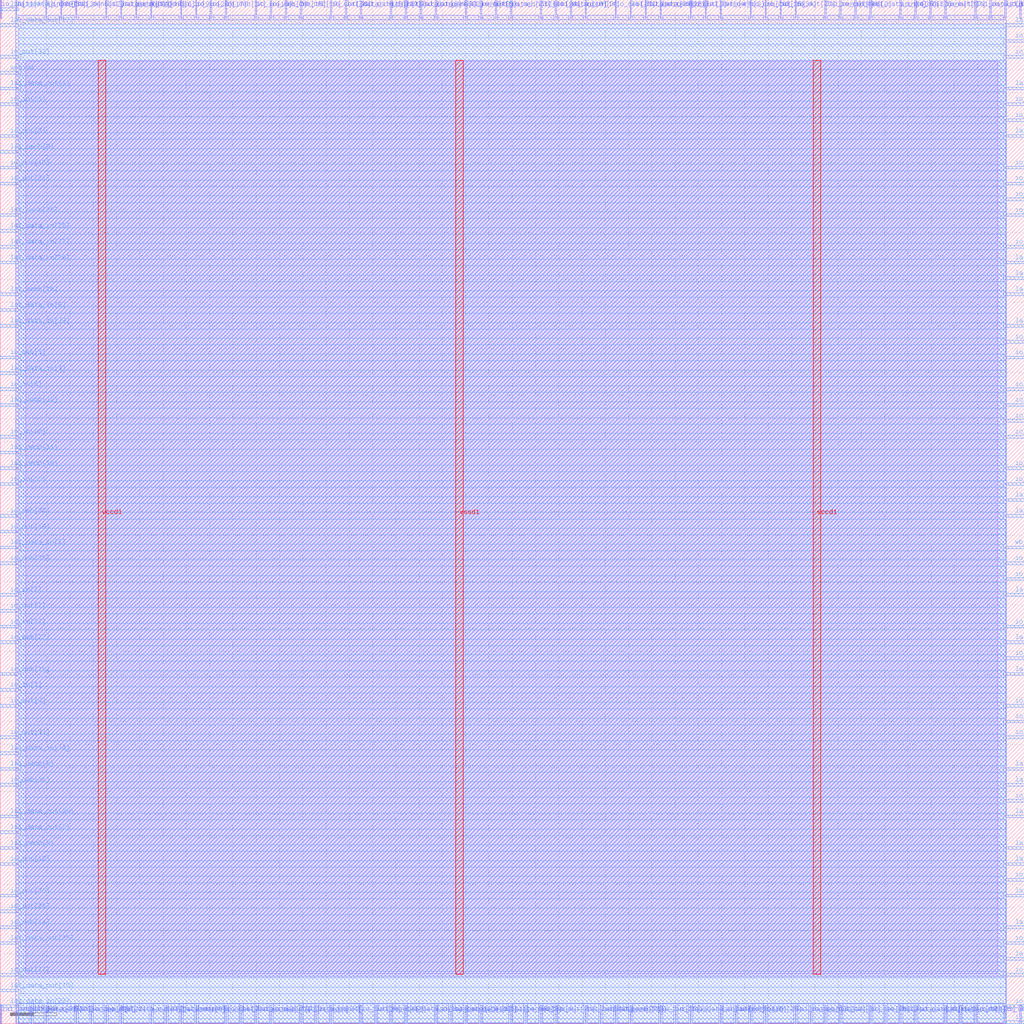
<source format=lef>
VERSION 5.7 ;
  NOWIREEXTENSIONATPIN ON ;
  DIVIDERCHAR "/" ;
  BUSBITCHARS "[]" ;
MACRO wrapped_vga_clock
  CLASS BLOCK ;
  FOREIGN wrapped_vga_clock ;
  ORIGIN 0.000 0.000 ;
  SIZE 220.000 BY 220.000 ;
  PIN active
    DIRECTION INPUT ;
    USE SIGNAL ;
    PORT
      LAYER met3 ;
        RECT 0.000 204.040 4.000 204.640 ;
    END
  END active
  PIN io_in[0]
    DIRECTION INPUT ;
    USE SIGNAL ;
    PORT
      LAYER met2 ;
        RECT 67.710 0.000 67.990 4.000 ;
    END
  END io_in[0]
  PIN io_in[10]
    DIRECTION INPUT ;
    USE SIGNAL ;
    PORT
      LAYER met2 ;
        RECT 122.450 216.000 122.730 220.000 ;
    END
  END io_in[10]
  PIN io_in[11]
    DIRECTION INPUT ;
    USE SIGNAL ;
    PORT
      LAYER met2 ;
        RECT 0.090 216.000 0.370 220.000 ;
    END
  END io_in[11]
  PIN io_in[12]
    DIRECTION INPUT ;
    USE SIGNAL ;
    PORT
      LAYER met3 ;
        RECT 216.000 183.640 220.000 184.240 ;
    END
  END io_in[12]
  PIN io_in[13]
    DIRECTION INPUT ;
    USE SIGNAL ;
    PORT
      LAYER met2 ;
        RECT 103.130 0.000 103.410 4.000 ;
    END
  END io_in[13]
  PIN io_in[14]
    DIRECTION INPUT ;
    USE SIGNAL ;
    PORT
      LAYER met2 ;
        RECT 83.810 216.000 84.090 220.000 ;
    END
  END io_in[14]
  PIN io_in[15]
    DIRECTION INPUT ;
    USE SIGNAL ;
    PORT
      LAYER met3 ;
        RECT 216.000 193.840 220.000 194.440 ;
    END
  END io_in[15]
  PIN io_in[16]
    DIRECTION INPUT ;
    USE SIGNAL ;
    PORT
      LAYER met3 ;
        RECT 216.000 17.040 220.000 17.640 ;
    END
  END io_in[16]
  PIN io_in[17]
    DIRECTION INPUT ;
    USE SIGNAL ;
    PORT
      LAYER met2 ;
        RECT 45.170 216.000 45.450 220.000 ;
    END
  END io_in[17]
  PIN io_in[18]
    DIRECTION INPUT ;
    USE SIGNAL ;
    PORT
      LAYER met2 ;
        RECT 54.830 216.000 55.110 220.000 ;
    END
  END io_in[18]
  PIN io_in[19]
    DIRECTION INPUT ;
    USE SIGNAL ;
    PORT
      LAYER met2 ;
        RECT 190.070 0.000 190.350 4.000 ;
    END
  END io_in[19]
  PIN io_in[1]
    DIRECTION INPUT ;
    USE SIGNAL ;
    PORT
      LAYER met3 ;
        RECT 0.000 71.440 4.000 72.040 ;
    END
  END io_in[1]
  PIN io_in[20]
    DIRECTION INPUT ;
    USE SIGNAL ;
    PORT
      LAYER met3 ;
        RECT 0.000 125.840 4.000 126.440 ;
    END
  END io_in[20]
  PIN io_in[21]
    DIRECTION INPUT ;
    USE SIGNAL ;
    PORT
      LAYER met3 ;
        RECT 0.000 85.040 4.000 85.640 ;
    END
  END io_in[21]
  PIN io_in[22]
    DIRECTION INPUT ;
    USE SIGNAL ;
    PORT
      LAYER met3 ;
        RECT 216.000 68.040 220.000 68.640 ;
    END
  END io_in[22]
  PIN io_in[23]
    DIRECTION INPUT ;
    USE SIGNAL ;
    PORT
      LAYER met2 ;
        RECT 41.950 216.000 42.230 220.000 ;
    END
  END io_in[23]
  PIN io_in[24]
    DIRECTION INPUT ;
    USE SIGNAL ;
    PORT
      LAYER met2 ;
        RECT 29.070 216.000 29.350 220.000 ;
    END
  END io_in[24]
  PIN io_in[25]
    DIRECTION INPUT ;
    USE SIGNAL ;
    PORT
      LAYER met2 ;
        RECT 164.310 0.000 164.590 4.000 ;
    END
  END io_in[25]
  PIN io_in[26]
    DIRECTION INPUT ;
    USE SIGNAL ;
    PORT
      LAYER met2 ;
        RECT 161.090 0.000 161.370 4.000 ;
    END
  END io_in[26]
  PIN io_in[27]
    DIRECTION INPUT ;
    USE SIGNAL ;
    PORT
      LAYER met3 ;
        RECT 216.000 47.640 220.000 48.240 ;
    END
  END io_in[27]
  PIN io_in[28]
    DIRECTION INPUT ;
    USE SIGNAL ;
    PORT
      LAYER met2 ;
        RECT 144.990 0.000 145.270 4.000 ;
    END
  END io_in[28]
  PIN io_in[29]
    DIRECTION INPUT ;
    USE SIGNAL ;
    PORT
      LAYER met2 ;
        RECT 219.050 216.000 219.330 220.000 ;
    END
  END io_in[29]
  PIN io_in[2]
    DIRECTION INPUT ;
    USE SIGNAL ;
    PORT
      LAYER met2 ;
        RECT 70.930 0.000 71.210 4.000 ;
    END
  END io_in[2]
  PIN io_in[30]
    DIRECTION INPUT ;
    USE SIGNAL ;
    PORT
      LAYER met3 ;
        RECT 216.000 85.040 220.000 85.640 ;
    END
  END io_in[30]
  PIN io_in[31]
    DIRECTION INPUT ;
    USE SIGNAL ;
    PORT
      LAYER met3 ;
        RECT 0.000 197.240 4.000 197.840 ;
    END
  END io_in[31]
  PIN io_in[32]
    DIRECTION INPUT ;
    USE SIGNAL ;
    PORT
      LAYER met2 ;
        RECT 135.330 0.000 135.610 4.000 ;
    END
  END io_in[32]
  PIN io_in[33]
    DIRECTION INPUT ;
    USE SIGNAL ;
    PORT
      LAYER met3 ;
        RECT 0.000 115.640 4.000 116.240 ;
    END
  END io_in[33]
  PIN io_in[34]
    DIRECTION INPUT ;
    USE SIGNAL ;
    PORT
      LAYER met2 ;
        RECT 167.530 216.000 167.810 220.000 ;
    END
  END io_in[34]
  PIN io_in[35]
    DIRECTION INPUT ;
    USE SIGNAL ;
    PORT
      LAYER met2 ;
        RECT 193.290 216.000 193.570 220.000 ;
    END
  END io_in[35]
  PIN io_in[36]
    DIRECTION INPUT ;
    USE SIGNAL ;
    PORT
      LAYER met3 ;
        RECT 216.000 136.040 220.000 136.640 ;
    END
  END io_in[36]
  PIN io_in[37]
    DIRECTION INPUT ;
    USE SIGNAL ;
    PORT
      LAYER met2 ;
        RECT 196.510 216.000 196.790 220.000 ;
    END
  END io_in[37]
  PIN io_in[3]
    DIRECTION INPUT ;
    USE SIGNAL ;
    PORT
      LAYER met2 ;
        RECT 125.670 216.000 125.950 220.000 ;
    END
  END io_in[3]
  PIN io_in[4]
    DIRECTION INPUT ;
    USE SIGNAL ;
    PORT
      LAYER met3 ;
        RECT 216.000 132.640 220.000 133.240 ;
    END
  END io_in[4]
  PIN io_in[5]
    DIRECTION INPUT ;
    USE SIGNAL ;
    PORT
      LAYER met3 ;
        RECT 216.000 210.840 220.000 211.440 ;
    END
  END io_in[5]
  PIN io_in[6]
    DIRECTION INPUT ;
    USE SIGNAL ;
    PORT
      LAYER met3 ;
        RECT 0.000 136.040 4.000 136.640 ;
    END
  END io_in[6]
  PIN io_in[7]
    DIRECTION INPUT ;
    USE SIGNAL ;
    PORT
      LAYER met3 ;
        RECT 0.000 91.840 4.000 92.440 ;
    END
  END io_in[7]
  PIN io_in[8]
    DIRECTION INPUT ;
    USE SIGNAL ;
    PORT
      LAYER met3 ;
        RECT 216.000 146.240 220.000 146.840 ;
    END
  END io_in[8]
  PIN io_in[9]
    DIRECTION INPUT ;
    USE SIGNAL ;
    PORT
      LAYER met2 ;
        RECT 38.730 216.000 39.010 220.000 ;
    END
  END io_in[9]
  PIN io_oeb[0]
    DIRECTION OUTPUT TRISTATE ;
    USE SIGNAL ;
    PORT
      LAYER met2 ;
        RECT 116.010 0.000 116.290 4.000 ;
    END
  END io_oeb[0]
  PIN io_oeb[10]
    DIRECTION OUTPUT TRISTATE ;
    USE SIGNAL ;
    PORT
      LAYER met3 ;
        RECT 0.000 74.840 4.000 75.440 ;
    END
  END io_oeb[10]
  PIN io_oeb[11]
    DIRECTION OUTPUT TRISTATE ;
    USE SIGNAL ;
    PORT
      LAYER met3 ;
        RECT 216.000 125.840 220.000 126.440 ;
    END
  END io_oeb[11]
  PIN io_oeb[12]
    DIRECTION OUTPUT TRISTATE ;
    USE SIGNAL ;
    PORT
      LAYER met3 ;
        RECT 216.000 64.640 220.000 65.240 ;
    END
  END io_oeb[12]
  PIN io_oeb[13]
    DIRECTION OUTPUT TRISTATE ;
    USE SIGNAL ;
    PORT
      LAYER met3 ;
        RECT 216.000 61.240 220.000 61.840 ;
    END
  END io_oeb[13]
  PIN io_oeb[14]
    DIRECTION OUTPUT TRISTATE ;
    USE SIGNAL ;
    PORT
      LAYER met3 ;
        RECT 0.000 20.440 4.000 21.040 ;
    END
  END io_oeb[14]
  PIN io_oeb[15]
    DIRECTION OUTPUT TRISTATE ;
    USE SIGNAL ;
    PORT
      LAYER met2 ;
        RECT 61.270 216.000 61.550 220.000 ;
    END
  END io_oeb[15]
  PIN io_oeb[16]
    DIRECTION OUTPUT TRISTATE ;
    USE SIGNAL ;
    PORT
      LAYER met3 ;
        RECT 216.000 10.240 220.000 10.840 ;
    END
  END io_oeb[16]
  PIN io_oeb[17]
    DIRECTION OUTPUT TRISTATE ;
    USE SIGNAL ;
    PORT
      LAYER met2 ;
        RECT 58.050 0.000 58.330 4.000 ;
    END
  END io_oeb[17]
  PIN io_oeb[18]
    DIRECTION OUTPUT TRISTATE ;
    USE SIGNAL ;
    PORT
      LAYER met2 ;
        RECT 161.090 216.000 161.370 220.000 ;
    END
  END io_oeb[18]
  PIN io_oeb[19]
    DIRECTION OUTPUT TRISTATE ;
    USE SIGNAL ;
    PORT
      LAYER met2 ;
        RECT 64.490 216.000 64.770 220.000 ;
    END
  END io_oeb[19]
  PIN io_oeb[1]
    DIRECTION OUTPUT TRISTATE ;
    USE SIGNAL ;
    PORT
      LAYER met2 ;
        RECT 173.970 0.000 174.250 4.000 ;
    END
  END io_oeb[1]
  PIN io_oeb[20]
    DIRECTION OUTPUT TRISTATE ;
    USE SIGNAL ;
    PORT
      LAYER met3 ;
        RECT 216.000 95.240 220.000 95.840 ;
    END
  END io_oeb[20]
  PIN io_oeb[21]
    DIRECTION OUTPUT TRISTATE ;
    USE SIGNAL ;
    PORT
      LAYER met2 ;
        RECT 9.750 216.000 10.030 220.000 ;
    END
  END io_oeb[21]
  PIN io_oeb[22]
    DIRECTION OUTPUT TRISTATE ;
    USE SIGNAL ;
    PORT
      LAYER met2 ;
        RECT 22.630 0.000 22.910 4.000 ;
    END
  END io_oeb[22]
  PIN io_oeb[23]
    DIRECTION OUTPUT TRISTATE ;
    USE SIGNAL ;
    PORT
      LAYER met2 ;
        RECT 109.570 216.000 109.850 220.000 ;
    END
  END io_oeb[23]
  PIN io_oeb[24]
    DIRECTION OUTPUT TRISTATE ;
    USE SIGNAL ;
    PORT
      LAYER met2 ;
        RECT 116.010 216.000 116.290 220.000 ;
    END
  END io_oeb[24]
  PIN io_oeb[25]
    DIRECTION OUTPUT TRISTATE ;
    USE SIGNAL ;
    PORT
      LAYER met2 ;
        RECT 209.390 0.000 209.670 4.000 ;
    END
  END io_oeb[25]
  PIN io_oeb[26]
    DIRECTION OUTPUT TRISTATE ;
    USE SIGNAL ;
    PORT
      LAYER met3 ;
        RECT 216.000 173.440 220.000 174.040 ;
    END
  END io_oeb[26]
  PIN io_oeb[27]
    DIRECTION OUTPUT TRISTATE ;
    USE SIGNAL ;
    PORT
      LAYER met2 ;
        RECT 132.110 216.000 132.390 220.000 ;
    END
  END io_oeb[27]
  PIN io_oeb[28]
    DIRECTION OUTPUT TRISTATE ;
    USE SIGNAL ;
    PORT
      LAYER met2 ;
        RECT 186.850 0.000 187.130 4.000 ;
    END
  END io_oeb[28]
  PIN io_oeb[29]
    DIRECTION OUTPUT TRISTATE ;
    USE SIGNAL ;
    PORT
      LAYER met3 ;
        RECT 216.000 142.840 220.000 143.440 ;
    END
  END io_oeb[29]
  PIN io_oeb[2]
    DIRECTION OUTPUT TRISTATE ;
    USE SIGNAL ;
    PORT
      LAYER met2 ;
        RECT 183.630 216.000 183.910 220.000 ;
    END
  END io_oeb[2]
  PIN io_oeb[30]
    DIRECTION OUTPUT TRISTATE ;
    USE SIGNAL ;
    PORT
      LAYER met2 ;
        RECT 12.970 216.000 13.250 220.000 ;
    END
  END io_oeb[30]
  PIN io_oeb[31]
    DIRECTION OUTPUT TRISTATE ;
    USE SIGNAL ;
    PORT
      LAYER met2 ;
        RECT 180.410 0.000 180.690 4.000 ;
    END
  END io_oeb[31]
  PIN io_oeb[32]
    DIRECTION OUTPUT TRISTATE ;
    USE SIGNAL ;
    PORT
      LAYER met3 ;
        RECT 0.000 108.840 4.000 109.440 ;
    END
  END io_oeb[32]
  PIN io_oeb[33]
    DIRECTION OUTPUT TRISTATE ;
    USE SIGNAL ;
    PORT
      LAYER met2 ;
        RECT 215.830 0.000 216.110 4.000 ;
    END
  END io_oeb[33]
  PIN io_oeb[34]
    DIRECTION OUTPUT TRISTATE ;
    USE SIGNAL ;
    PORT
      LAYER met2 ;
        RECT 48.390 216.000 48.670 220.000 ;
    END
  END io_oeb[34]
  PIN io_oeb[35]
    DIRECTION OUTPUT TRISTATE ;
    USE SIGNAL ;
    PORT
      LAYER met3 ;
        RECT 0.000 98.640 4.000 99.240 ;
    END
  END io_oeb[35]
  PIN io_oeb[36]
    DIRECTION OUTPUT TRISTATE ;
    USE SIGNAL ;
    PORT
      LAYER met3 ;
        RECT 0.000 51.040 4.000 51.640 ;
    END
  END io_oeb[36]
  PIN io_oeb[37]
    DIRECTION OUTPUT TRISTATE ;
    USE SIGNAL ;
    PORT
      LAYER met3 ;
        RECT 0.000 81.640 4.000 82.240 ;
    END
  END io_oeb[37]
  PIN io_oeb[3]
    DIRECTION OUTPUT TRISTATE ;
    USE SIGNAL ;
    PORT
      LAYER met2 ;
        RECT 112.790 0.000 113.070 4.000 ;
    END
  END io_oeb[3]
  PIN io_oeb[4]
    DIRECTION OUTPUT TRISTATE ;
    USE SIGNAL ;
    PORT
      LAYER met3 ;
        RECT 216.000 0.040 220.000 0.640 ;
    END
  END io_oeb[4]
  PIN io_oeb[5]
    DIRECTION OUTPUT TRISTATE ;
    USE SIGNAL ;
    PORT
      LAYER met3 ;
        RECT 0.000 142.840 4.000 143.440 ;
    END
  END io_oeb[5]
  PIN io_oeb[6]
    DIRECTION OUTPUT TRISTATE ;
    USE SIGNAL ;
    PORT
      LAYER met3 ;
        RECT 216.000 78.240 220.000 78.840 ;
    END
  END io_oeb[6]
  PIN io_oeb[7]
    DIRECTION OUTPUT TRISTATE ;
    USE SIGNAL ;
    PORT
      LAYER met2 ;
        RECT 58.050 216.000 58.330 220.000 ;
    END
  END io_oeb[7]
  PIN io_oeb[8]
    DIRECTION OUTPUT TRISTATE ;
    USE SIGNAL ;
    PORT
      LAYER met2 ;
        RECT 19.410 0.000 19.690 4.000 ;
    END
  END io_oeb[8]
  PIN io_oeb[9]
    DIRECTION OUTPUT TRISTATE ;
    USE SIGNAL ;
    PORT
      LAYER met2 ;
        RECT 48.390 0.000 48.670 4.000 ;
    END
  END io_oeb[9]
  PIN io_out[0]
    DIRECTION OUTPUT TRISTATE ;
    USE SIGNAL ;
    PORT
      LAYER met3 ;
        RECT 216.000 207.440 220.000 208.040 ;
    END
  END io_out[0]
  PIN io_out[10]
    DIRECTION OUTPUT TRISTATE ;
    USE SIGNAL ;
    PORT
      LAYER met3 ;
        RECT 216.000 119.040 220.000 119.640 ;
    END
  END io_out[10]
  PIN io_out[11]
    DIRECTION OUTPUT TRISTATE ;
    USE SIGNAL ;
    PORT
      LAYER met3 ;
        RECT 0.000 10.240 4.000 10.840 ;
    END
  END io_out[11]
  PIN io_out[12]
    DIRECTION OUTPUT TRISTATE ;
    USE SIGNAL ;
    PORT
      LAYER met3 ;
        RECT 0.000 34.040 4.000 34.640 ;
    END
  END io_out[12]
  PIN io_out[13]
    DIRECTION OUTPUT TRISTATE ;
    USE SIGNAL ;
    PORT
      LAYER met2 ;
        RECT 177.190 0.000 177.470 4.000 ;
    END
  END io_out[13]
  PIN io_out[14]
    DIRECTION OUTPUT TRISTATE ;
    USE SIGNAL ;
    PORT
      LAYER met3 ;
        RECT 216.000 176.840 220.000 177.440 ;
    END
  END io_out[14]
  PIN io_out[15]
    DIRECTION OUTPUT TRISTATE ;
    USE SIGNAL ;
    PORT
      LAYER met3 ;
        RECT 0.000 183.640 4.000 184.240 ;
    END
  END io_out[15]
  PIN io_out[16]
    DIRECTION OUTPUT TRISTATE ;
    USE SIGNAL ;
    PORT
      LAYER met3 ;
        RECT 216.000 115.640 220.000 116.240 ;
    END
  END io_out[16]
  PIN io_out[17]
    DIRECTION OUTPUT TRISTATE ;
    USE SIGNAL ;
    PORT
      LAYER met2 ;
        RECT 202.950 216.000 203.230 220.000 ;
    END
  END io_out[17]
  PIN io_out[18]
    DIRECTION OUTPUT TRISTATE ;
    USE SIGNAL ;
    PORT
      LAYER met2 ;
        RECT 206.170 0.000 206.450 4.000 ;
    END
  END io_out[18]
  PIN io_out[19]
    DIRECTION OUTPUT TRISTATE ;
    USE SIGNAL ;
    PORT
      LAYER met3 ;
        RECT 0.000 105.440 4.000 106.040 ;
    END
  END io_out[19]
  PIN io_out[1]
    DIRECTION OUTPUT TRISTATE ;
    USE SIGNAL ;
    PORT
      LAYER met2 ;
        RECT 148.210 216.000 148.490 220.000 ;
    END
  END io_out[1]
  PIN io_out[20]
    DIRECTION OUTPUT TRISTATE ;
    USE SIGNAL ;
    PORT
      LAYER met2 ;
        RECT 180.410 216.000 180.690 220.000 ;
    END
  END io_out[20]
  PIN io_out[21]
    DIRECTION OUTPUT TRISTATE ;
    USE SIGNAL ;
    PORT
      LAYER met3 ;
        RECT 0.000 180.240 4.000 180.840 ;
    END
  END io_out[21]
  PIN io_out[22]
    DIRECTION OUTPUT TRISTATE ;
    USE SIGNAL ;
    PORT
      LAYER met2 ;
        RECT 141.770 0.000 142.050 4.000 ;
    END
  END io_out[22]
  PIN io_out[23]
    DIRECTION OUTPUT TRISTATE ;
    USE SIGNAL ;
    PORT
      LAYER met3 ;
        RECT 216.000 98.640 220.000 99.240 ;
    END
  END io_out[23]
  PIN io_out[24]
    DIRECTION OUTPUT TRISTATE ;
    USE SIGNAL ;
    PORT
      LAYER met2 ;
        RECT 119.230 0.000 119.510 4.000 ;
    END
  END io_out[24]
  PIN io_out[25]
    DIRECTION OUTPUT TRISTATE ;
    USE SIGNAL ;
    PORT
      LAYER met2 ;
        RECT 164.310 216.000 164.590 220.000 ;
    END
  END io_out[25]
  PIN io_out[26]
    DIRECTION OUTPUT TRISTATE ;
    USE SIGNAL ;
    PORT
      LAYER met3 ;
        RECT 0.000 23.840 4.000 24.440 ;
    END
  END io_out[26]
  PIN io_out[27]
    DIRECTION OUTPUT TRISTATE ;
    USE SIGNAL ;
    PORT
      LAYER met2 ;
        RECT 170.750 216.000 171.030 220.000 ;
    END
  END io_out[27]
  PIN io_out[28]
    DIRECTION OUTPUT TRISTATE ;
    USE SIGNAL ;
    PORT
      LAYER met2 ;
        RECT 77.370 0.000 77.650 4.000 ;
    END
  END io_out[28]
  PIN io_out[29]
    DIRECTION OUTPUT TRISTATE ;
    USE SIGNAL ;
    PORT
      LAYER met3 ;
        RECT 216.000 3.440 220.000 4.040 ;
    END
  END io_out[29]
  PIN io_out[2]
    DIRECTION OUTPUT TRISTATE ;
    USE SIGNAL ;
    PORT
      LAYER met2 ;
        RECT 32.290 0.000 32.570 4.000 ;
    END
  END io_out[2]
  PIN io_out[30]
    DIRECTION OUTPUT TRISTATE ;
    USE SIGNAL ;
    PORT
      LAYER met3 ;
        RECT 0.000 27.240 4.000 27.840 ;
    END
  END io_out[30]
  PIN io_out[31]
    DIRECTION OUTPUT TRISTATE ;
    USE SIGNAL ;
    PORT
      LAYER met3 ;
        RECT 0.000 61.240 4.000 61.840 ;
    END
  END io_out[31]
  PIN io_out[32]
    DIRECTION OUTPUT TRISTATE ;
    USE SIGNAL ;
    PORT
      LAYER met3 ;
        RECT 0.000 207.440 4.000 208.040 ;
    END
  END io_out[32]
  PIN io_out[33]
    DIRECTION OUTPUT TRISTATE ;
    USE SIGNAL ;
    PORT
      LAYER met3 ;
        RECT 216.000 30.640 220.000 31.240 ;
    END
  END io_out[33]
  PIN io_out[34]
    DIRECTION OUTPUT TRISTATE ;
    USE SIGNAL ;
    PORT
      LAYER met3 ;
        RECT 216.000 180.240 220.000 180.840 ;
    END
  END io_out[34]
  PIN io_out[35]
    DIRECTION OUTPUT TRISTATE ;
    USE SIGNAL ;
    PORT
      LAYER met3 ;
        RECT 216.000 166.640 220.000 167.240 ;
    END
  END io_out[35]
  PIN io_out[36]
    DIRECTION OUTPUT TRISTATE ;
    USE SIGNAL ;
    PORT
      LAYER met2 ;
        RECT 70.930 216.000 71.210 220.000 ;
    END
  END io_out[36]
  PIN io_out[37]
    DIRECTION OUTPUT TRISTATE ;
    USE SIGNAL ;
    PORT
      LAYER met3 ;
        RECT 216.000 197.240 220.000 197.840 ;
    END
  END io_out[37]
  PIN io_out[3]
    DIRECTION OUTPUT TRISTATE ;
    USE SIGNAL ;
    PORT
      LAYER met3 ;
        RECT 0.000 190.440 4.000 191.040 ;
    END
  END io_out[3]
  PIN io_out[4]
    DIRECTION OUTPUT TRISTATE ;
    USE SIGNAL ;
    PORT
      LAYER met3 ;
        RECT 216.000 129.240 220.000 129.840 ;
    END
  END io_out[4]
  PIN io_out[5]
    DIRECTION OUTPUT TRISTATE ;
    USE SIGNAL ;
    PORT
      LAYER met2 ;
        RECT 103.130 216.000 103.410 220.000 ;
    END
  END io_out[5]
  PIN io_out[6]
    DIRECTION OUTPUT TRISTATE ;
    USE SIGNAL ;
    PORT
      LAYER met2 ;
        RECT 212.610 216.000 212.890 220.000 ;
    END
  END io_out[6]
  PIN io_out[7]
    DIRECTION OUTPUT TRISTATE ;
    USE SIGNAL ;
    PORT
      LAYER met3 ;
        RECT 0.000 88.440 4.000 89.040 ;
    END
  END io_out[7]
  PIN io_out[8]
    DIRECTION OUTPUT TRISTATE ;
    USE SIGNAL ;
    PORT
      LAYER met2 ;
        RECT 83.810 0.000 84.090 4.000 ;
    END
  END io_out[8]
  PIN io_out[9]
    DIRECTION OUTPUT TRISTATE ;
    USE SIGNAL ;
    PORT
      LAYER met3 ;
        RECT 0.000 68.040 4.000 68.640 ;
    END
  END io_out[9]
  PIN la1_data_in[0]
    DIRECTION INPUT ;
    USE SIGNAL ;
    PORT
      LAYER met3 ;
        RECT 216.000 34.040 220.000 34.640 ;
    END
  END la1_data_in[0]
  PIN la1_data_in[10]
    DIRECTION INPUT ;
    USE SIGNAL ;
    PORT
      LAYER met2 ;
        RECT 96.690 0.000 96.970 4.000 ;
    END
  END la1_data_in[10]
  PIN la1_data_in[11]
    DIRECTION INPUT ;
    USE SIGNAL ;
    PORT
      LAYER met3 ;
        RECT 216.000 27.240 220.000 27.840 ;
    END
  END la1_data_in[11]
  PIN la1_data_in[12]
    DIRECTION INPUT ;
    USE SIGNAL ;
    PORT
      LAYER met3 ;
        RECT 0.000 166.640 4.000 167.240 ;
    END
  END la1_data_in[12]
  PIN la1_data_in[13]
    DIRECTION INPUT ;
    USE SIGNAL ;
    PORT
      LAYER met2 ;
        RECT 148.210 0.000 148.490 4.000 ;
    END
  END la1_data_in[13]
  PIN la1_data_in[14]
    DIRECTION INPUT ;
    USE SIGNAL ;
    PORT
      LAYER met3 ;
        RECT 0.000 57.840 4.000 58.440 ;
    END
  END la1_data_in[14]
  PIN la1_data_in[15]
    DIRECTION INPUT ;
    USE SIGNAL ;
    PORT
      LAYER met2 ;
        RECT 74.150 216.000 74.430 220.000 ;
    END
  END la1_data_in[15]
  PIN la1_data_in[16]
    DIRECTION INPUT ;
    USE SIGNAL ;
    PORT
      LAYER met2 ;
        RECT 138.550 216.000 138.830 220.000 ;
    END
  END la1_data_in[16]
  PIN la1_data_in[17]
    DIRECTION INPUT ;
    USE SIGNAL ;
    PORT
      LAYER met2 ;
        RECT 106.350 216.000 106.630 220.000 ;
    END
  END la1_data_in[17]
  PIN la1_data_in[18]
    DIRECTION INPUT ;
    USE SIGNAL ;
    PORT
      LAYER met2 ;
        RECT 193.290 0.000 193.570 4.000 ;
    END
  END la1_data_in[18]
  PIN la1_data_in[19]
    DIRECTION INPUT ;
    USE SIGNAL ;
    PORT
      LAYER met2 ;
        RECT 77.370 216.000 77.650 220.000 ;
    END
  END la1_data_in[19]
  PIN la1_data_in[1]
    DIRECTION INPUT ;
    USE SIGNAL ;
    PORT
      LAYER met2 ;
        RECT 87.030 0.000 87.310 4.000 ;
    END
  END la1_data_in[1]
  PIN la1_data_in[20]
    DIRECTION INPUT ;
    USE SIGNAL ;
    PORT
      LAYER met3 ;
        RECT 0.000 163.240 4.000 163.840 ;
    END
  END la1_data_in[20]
  PIN la1_data_in[21]
    DIRECTION INPUT ;
    USE SIGNAL ;
    PORT
      LAYER met2 ;
        RECT 215.830 216.000 216.110 220.000 ;
    END
  END la1_data_in[21]
  PIN la1_data_in[22]
    DIRECTION INPUT ;
    USE SIGNAL ;
    PORT
      LAYER met3 ;
        RECT 216.000 37.440 220.000 38.040 ;
    END
  END la1_data_in[22]
  PIN la1_data_in[23]
    DIRECTION INPUT ;
    USE SIGNAL ;
    PORT
      LAYER met3 ;
        RECT 0.000 3.440 4.000 4.040 ;
    END
  END la1_data_in[23]
  PIN la1_data_in[24]
    DIRECTION INPUT ;
    USE SIGNAL ;
    PORT
      LAYER met2 ;
        RECT 64.490 0.000 64.770 4.000 ;
    END
  END la1_data_in[24]
  PIN la1_data_in[25]
    DIRECTION INPUT ;
    USE SIGNAL ;
    PORT
      LAYER met3 ;
        RECT 0.000 170.040 4.000 170.640 ;
    END
  END la1_data_in[25]
  PIN la1_data_in[26]
    DIRECTION INPUT ;
    USE SIGNAL ;
    PORT
      LAYER met3 ;
        RECT 216.000 13.640 220.000 14.240 ;
    END
  END la1_data_in[26]
  PIN la1_data_in[27]
    DIRECTION INPUT ;
    USE SIGNAL ;
    PORT
      LAYER met2 ;
        RECT 128.890 0.000 129.170 4.000 ;
    END
  END la1_data_in[27]
  PIN la1_data_in[28]
    DIRECTION INPUT ;
    USE SIGNAL ;
    PORT
      LAYER met3 ;
        RECT 0.000 149.640 4.000 150.240 ;
    END
  END la1_data_in[28]
  PIN la1_data_in[29]
    DIRECTION INPUT ;
    USE SIGNAL ;
    PORT
      LAYER met2 ;
        RECT 3.310 216.000 3.590 220.000 ;
    END
  END la1_data_in[29]
  PIN la1_data_in[2]
    DIRECTION INPUT ;
    USE SIGNAL ;
    PORT
      LAYER met2 ;
        RECT 51.610 0.000 51.890 4.000 ;
    END
  END la1_data_in[2]
  PIN la1_data_in[30]
    DIRECTION INPUT ;
    USE SIGNAL ;
    PORT
      LAYER met2 ;
        RECT 6.530 0.000 6.810 4.000 ;
    END
  END la1_data_in[30]
  PIN la1_data_in[31]
    DIRECTION INPUT ;
    USE SIGNAL ;
    PORT
      LAYER met2 ;
        RECT 170.750 0.000 171.030 4.000 ;
    END
  END la1_data_in[31]
  PIN la1_data_in[3]
    DIRECTION INPUT ;
    USE SIGNAL ;
    PORT
      LAYER met3 ;
        RECT 0.000 139.440 4.000 140.040 ;
    END
  END la1_data_in[3]
  PIN la1_data_in[4]
    DIRECTION INPUT ;
    USE SIGNAL ;
    PORT
      LAYER met2 ;
        RECT 186.850 216.000 187.130 220.000 ;
    END
  END la1_data_in[4]
  PIN la1_data_in[5]
    DIRECTION INPUT ;
    USE SIGNAL ;
    PORT
      LAYER met3 ;
        RECT 216.000 108.840 220.000 109.440 ;
    END
  END la1_data_in[5]
  PIN la1_data_in[6]
    DIRECTION INPUT ;
    USE SIGNAL ;
    PORT
      LAYER met2 ;
        RECT 87.030 216.000 87.310 220.000 ;
    END
  END la1_data_in[6]
  PIN la1_data_in[7]
    DIRECTION INPUT ;
    USE SIGNAL ;
    PORT
      LAYER met3 ;
        RECT 0.000 102.040 4.000 102.640 ;
    END
  END la1_data_in[7]
  PIN la1_data_in[8]
    DIRECTION INPUT ;
    USE SIGNAL ;
    PORT
      LAYER met2 ;
        RECT 90.250 216.000 90.530 220.000 ;
    END
  END la1_data_in[8]
  PIN la1_data_in[9]
    DIRECTION INPUT ;
    USE SIGNAL ;
    PORT
      LAYER met3 ;
        RECT 0.000 153.040 4.000 153.640 ;
    END
  END la1_data_in[9]
  PIN la1_data_out[0]
    DIRECTION OUTPUT TRISTATE ;
    USE SIGNAL ;
    PORT
      LAYER met2 ;
        RECT 35.510 0.000 35.790 4.000 ;
    END
  END la1_data_out[0]
  PIN la1_data_out[10]
    DIRECTION OUTPUT TRISTATE ;
    USE SIGNAL ;
    PORT
      LAYER met3 ;
        RECT 216.000 51.040 220.000 51.640 ;
    END
  END la1_data_out[10]
  PIN la1_data_out[11]
    DIRECTION OUTPUT TRISTATE ;
    USE SIGNAL ;
    PORT
      LAYER met2 ;
        RECT 99.910 0.000 100.190 4.000 ;
    END
  END la1_data_out[11]
  PIN la1_data_out[12]
    DIRECTION OUTPUT TRISTATE ;
    USE SIGNAL ;
    PORT
      LAYER met3 ;
        RECT 216.000 200.640 220.000 201.240 ;
    END
  END la1_data_out[12]
  PIN la1_data_out[13]
    DIRECTION OUTPUT TRISTATE ;
    USE SIGNAL ;
    PORT
      LAYER met2 ;
        RECT 22.630 216.000 22.910 220.000 ;
    END
  END la1_data_out[13]
  PIN la1_data_out[14]
    DIRECTION OUTPUT TRISTATE ;
    USE SIGNAL ;
    PORT
      LAYER met2 ;
        RECT 119.230 216.000 119.510 220.000 ;
    END
  END la1_data_out[14]
  PIN la1_data_out[15]
    DIRECTION OUTPUT TRISTATE ;
    USE SIGNAL ;
    PORT
      LAYER met3 ;
        RECT 0.000 6.840 4.000 7.440 ;
    END
  END la1_data_out[15]
  PIN la1_data_out[16]
    DIRECTION OUTPUT TRISTATE ;
    USE SIGNAL ;
    PORT
      LAYER met3 ;
        RECT 216.000 74.840 220.000 75.440 ;
    END
  END la1_data_out[16]
  PIN la1_data_out[17]
    DIRECTION OUTPUT TRISTATE ;
    USE SIGNAL ;
    PORT
      LAYER met3 ;
        RECT 216.000 159.840 220.000 160.440 ;
    END
  END la1_data_out[17]
  PIN la1_data_out[18]
    DIRECTION OUTPUT TRISTATE ;
    USE SIGNAL ;
    PORT
      LAYER met2 ;
        RECT 25.850 216.000 26.130 220.000 ;
    END
  END la1_data_out[18]
  PIN la1_data_out[19]
    DIRECTION OUTPUT TRISTATE ;
    USE SIGNAL ;
    PORT
      LAYER met3 ;
        RECT 216.000 112.240 220.000 112.840 ;
    END
  END la1_data_out[19]
  PIN la1_data_out[1]
    DIRECTION OUTPUT TRISTATE ;
    USE SIGNAL ;
    PORT
      LAYER met3 ;
        RECT 0.000 200.640 4.000 201.240 ;
    END
  END la1_data_out[1]
  PIN la1_data_out[20]
    DIRECTION OUTPUT TRISTATE ;
    USE SIGNAL ;
    PORT
      LAYER met3 ;
        RECT 0.000 44.240 4.000 44.840 ;
    END
  END la1_data_out[20]
  PIN la1_data_out[21]
    DIRECTION OUTPUT TRISTATE ;
    USE SIGNAL ;
    PORT
      LAYER met3 ;
        RECT 216.000 190.440 220.000 191.040 ;
    END
  END la1_data_out[21]
  PIN la1_data_out[22]
    DIRECTION OUTPUT TRISTATE ;
    USE SIGNAL ;
    PORT
      LAYER met2 ;
        RECT 135.330 216.000 135.610 220.000 ;
    END
  END la1_data_out[22]
  PIN la1_data_out[23]
    DIRECTION OUTPUT TRISTATE ;
    USE SIGNAL ;
    PORT
      LAYER met2 ;
        RECT 54.830 0.000 55.110 4.000 ;
    END
  END la1_data_out[23]
  PIN la1_data_out[24]
    DIRECTION OUTPUT TRISTATE ;
    USE SIGNAL ;
    PORT
      LAYER met3 ;
        RECT 216.000 81.640 220.000 82.240 ;
    END
  END la1_data_out[24]
  PIN la1_data_out[25]
    DIRECTION OUTPUT TRISTATE ;
    USE SIGNAL ;
    PORT
      LAYER met3 ;
        RECT 0.000 17.040 4.000 17.640 ;
    END
  END la1_data_out[25]
  PIN la1_data_out[26]
    DIRECTION OUTPUT TRISTATE ;
    USE SIGNAL ;
    PORT
      LAYER met3 ;
        RECT 216.000 20.440 220.000 21.040 ;
    END
  END la1_data_out[26]
  PIN la1_data_out[27]
    DIRECTION OUTPUT TRISTATE ;
    USE SIGNAL ;
    PORT
      LAYER met3 ;
        RECT 0.000 214.240 4.000 214.840 ;
    END
  END la1_data_out[27]
  PIN la1_data_out[28]
    DIRECTION OUTPUT TRISTATE ;
    USE SIGNAL ;
    PORT
      LAYER met2 ;
        RECT 196.510 0.000 196.790 4.000 ;
    END
  END la1_data_out[28]
  PIN la1_data_out[29]
    DIRECTION OUTPUT TRISTATE ;
    USE SIGNAL ;
    PORT
      LAYER met2 ;
        RECT 25.850 0.000 26.130 4.000 ;
    END
  END la1_data_out[29]
  PIN la1_data_out[2]
    DIRECTION OUTPUT TRISTATE ;
    USE SIGNAL ;
    PORT
      LAYER met2 ;
        RECT 93.470 0.000 93.750 4.000 ;
    END
  END la1_data_out[2]
  PIN la1_data_out[30]
    DIRECTION OUTPUT TRISTATE ;
    USE SIGNAL ;
    PORT
      LAYER met3 ;
        RECT 216.000 54.440 220.000 55.040 ;
    END
  END la1_data_out[30]
  PIN la1_data_out[31]
    DIRECTION OUTPUT TRISTATE ;
    USE SIGNAL ;
    PORT
      LAYER met3 ;
        RECT 216.000 214.240 220.000 214.840 ;
    END
  END la1_data_out[31]
  PIN la1_data_out[3]
    DIRECTION OUTPUT TRISTATE ;
    USE SIGNAL ;
    PORT
      LAYER met3 ;
        RECT 0.000 40.840 4.000 41.440 ;
    END
  END la1_data_out[3]
  PIN la1_data_out[4]
    DIRECTION OUTPUT TRISTATE ;
    USE SIGNAL ;
    PORT
      LAYER met2 ;
        RECT 202.950 0.000 203.230 4.000 ;
    END
  END la1_data_out[4]
  PIN la1_data_out[5]
    DIRECTION OUTPUT TRISTATE ;
    USE SIGNAL ;
    PORT
      LAYER met2 ;
        RECT 16.190 0.000 16.470 4.000 ;
    END
  END la1_data_out[5]
  PIN la1_data_out[6]
    DIRECTION OUTPUT TRISTATE ;
    USE SIGNAL ;
    PORT
      LAYER met3 ;
        RECT 216.000 91.840 220.000 92.440 ;
    END
  END la1_data_out[6]
  PIN la1_data_out[7]
    DIRECTION OUTPUT TRISTATE ;
    USE SIGNAL ;
    PORT
      LAYER met2 ;
        RECT 3.310 0.000 3.590 4.000 ;
    END
  END la1_data_out[7]
  PIN la1_data_out[8]
    DIRECTION OUTPUT TRISTATE ;
    USE SIGNAL ;
    PORT
      LAYER met3 ;
        RECT 216.000 163.240 220.000 163.840 ;
    END
  END la1_data_out[8]
  PIN la1_data_out[9]
    DIRECTION OUTPUT TRISTATE ;
    USE SIGNAL ;
    PORT
      LAYER met2 ;
        RECT 209.390 216.000 209.670 220.000 ;
    END
  END la1_data_out[9]
  PIN la1_oenb[0]
    DIRECTION INPUT ;
    USE SIGNAL ;
    PORT
      LAYER met2 ;
        RECT 219.050 0.000 219.330 4.000 ;
    END
  END la1_oenb[0]
  PIN la1_oenb[10]
    DIRECTION INPUT ;
    USE SIGNAL ;
    PORT
      LAYER met2 ;
        RECT 199.730 216.000 200.010 220.000 ;
    END
  END la1_oenb[10]
  PIN la1_oenb[11]
    DIRECTION INPUT ;
    USE SIGNAL ;
    PORT
      LAYER met3 ;
        RECT 0.000 122.440 4.000 123.040 ;
    END
  END la1_oenb[11]
  PIN la1_oenb[12]
    DIRECTION INPUT ;
    USE SIGNAL ;
    PORT
      LAYER met3 ;
        RECT 0.000 132.640 4.000 133.240 ;
    END
  END la1_oenb[12]
  PIN la1_oenb[13]
    DIRECTION INPUT ;
    USE SIGNAL ;
    PORT
      LAYER met2 ;
        RECT 132.110 0.000 132.390 4.000 ;
    END
  END la1_oenb[13]
  PIN la1_oenb[14]
    DIRECTION INPUT ;
    USE SIGNAL ;
    PORT
      LAYER met2 ;
        RECT 0.090 0.000 0.370 4.000 ;
    END
  END la1_oenb[14]
  PIN la1_oenb[15]
    DIRECTION INPUT ;
    USE SIGNAL ;
    PORT
      LAYER met2 ;
        RECT 157.870 0.000 158.150 4.000 ;
    END
  END la1_oenb[15]
  PIN la1_oenb[16]
    DIRECTION INPUT ;
    USE SIGNAL ;
    PORT
      LAYER met3 ;
        RECT 0.000 156.440 4.000 157.040 ;
    END
  END la1_oenb[16]
  PIN la1_oenb[17]
    DIRECTION INPUT ;
    USE SIGNAL ;
    PORT
      LAYER met2 ;
        RECT 16.190 216.000 16.470 220.000 ;
    END
  END la1_oenb[17]
  PIN la1_oenb[18]
    DIRECTION INPUT ;
    USE SIGNAL ;
    PORT
      LAYER met2 ;
        RECT 99.910 216.000 100.190 220.000 ;
    END
  END la1_oenb[18]
  PIN la1_oenb[19]
    DIRECTION INPUT ;
    USE SIGNAL ;
    PORT
      LAYER met3 ;
        RECT 0.000 119.040 4.000 119.640 ;
    END
  END la1_oenb[19]
  PIN la1_oenb[1]
    DIRECTION INPUT ;
    USE SIGNAL ;
    PORT
      LAYER met2 ;
        RECT 38.730 0.000 39.010 4.000 ;
    END
  END la1_oenb[1]
  PIN la1_oenb[20]
    DIRECTION INPUT ;
    USE SIGNAL ;
    PORT
      LAYER met2 ;
        RECT 9.750 0.000 10.030 4.000 ;
    END
  END la1_oenb[20]
  PIN la1_oenb[21]
    DIRECTION INPUT ;
    USE SIGNAL ;
    PORT
      LAYER met2 ;
        RECT 141.770 216.000 142.050 220.000 ;
    END
  END la1_oenb[21]
  PIN la1_oenb[22]
    DIRECTION INPUT ;
    USE SIGNAL ;
    PORT
      LAYER met2 ;
        RECT 93.470 216.000 93.750 220.000 ;
    END
  END la1_oenb[22]
  PIN la1_oenb[23]
    DIRECTION INPUT ;
    USE SIGNAL ;
    PORT
      LAYER met2 ;
        RECT 109.570 0.000 109.850 4.000 ;
    END
  END la1_oenb[23]
  PIN la1_oenb[24]
    DIRECTION INPUT ;
    USE SIGNAL ;
    PORT
      LAYER met2 ;
        RECT 177.190 216.000 177.470 220.000 ;
    END
  END la1_oenb[24]
  PIN la1_oenb[25]
    DIRECTION INPUT ;
    USE SIGNAL ;
    PORT
      LAYER met3 ;
        RECT 216.000 44.240 220.000 44.840 ;
    END
  END la1_oenb[25]
  PIN la1_oenb[26]
    DIRECTION INPUT ;
    USE SIGNAL ;
    PORT
      LAYER met3 ;
        RECT 0.000 173.440 4.000 174.040 ;
    END
  END la1_oenb[26]
  PIN la1_oenb[27]
    DIRECTION INPUT ;
    USE SIGNAL ;
    PORT
      LAYER met3 ;
        RECT 216.000 156.440 220.000 157.040 ;
    END
  END la1_oenb[27]
  PIN la1_oenb[28]
    DIRECTION INPUT ;
    USE SIGNAL ;
    PORT
      LAYER met2 ;
        RECT 41.950 0.000 42.230 4.000 ;
    END
  END la1_oenb[28]
  PIN la1_oenb[29]
    DIRECTION INPUT ;
    USE SIGNAL ;
    PORT
      LAYER met2 ;
        RECT 80.590 0.000 80.870 4.000 ;
    END
  END la1_oenb[29]
  PIN la1_oenb[2]
    DIRECTION INPUT ;
    USE SIGNAL ;
    PORT
      LAYER met3 ;
        RECT 0.000 37.440 4.000 38.040 ;
    END
  END la1_oenb[2]
  PIN la1_oenb[30]
    DIRECTION INPUT ;
    USE SIGNAL ;
    PORT
      LAYER met3 ;
        RECT 216.000 149.640 220.000 150.240 ;
    END
  END la1_oenb[30]
  PIN la1_oenb[31]
    DIRECTION INPUT ;
    USE SIGNAL ;
    PORT
      LAYER met2 ;
        RECT 125.670 0.000 125.950 4.000 ;
    END
  END la1_oenb[31]
  PIN la1_oenb[3]
    DIRECTION INPUT ;
    USE SIGNAL ;
    PORT
      LAYER met2 ;
        RECT 154.650 216.000 154.930 220.000 ;
    END
  END la1_oenb[3]
  PIN la1_oenb[4]
    DIRECTION INPUT ;
    USE SIGNAL ;
    PORT
      LAYER met2 ;
        RECT 151.430 216.000 151.710 220.000 ;
    END
  END la1_oenb[4]
  PIN la1_oenb[5]
    DIRECTION INPUT ;
    USE SIGNAL ;
    PORT
      LAYER met3 ;
        RECT 0.000 217.640 4.000 218.240 ;
    END
  END la1_oenb[5]
  PIN la1_oenb[6]
    DIRECTION INPUT ;
    USE SIGNAL ;
    PORT
      LAYER met2 ;
        RECT 32.290 216.000 32.570 220.000 ;
    END
  END la1_oenb[6]
  PIN la1_oenb[7]
    DIRECTION INPUT ;
    USE SIGNAL ;
    PORT
      LAYER met2 ;
        RECT 154.650 0.000 154.930 4.000 ;
    END
  END la1_oenb[7]
  PIN la1_oenb[8]
    DIRECTION INPUT ;
    USE SIGNAL ;
    PORT
      LAYER met3 ;
        RECT 0.000 54.440 4.000 55.040 ;
    END
  END la1_oenb[8]
  PIN la1_oenb[9]
    DIRECTION INPUT ;
    USE SIGNAL ;
    PORT
      LAYER met3 ;
        RECT 0.000 187.040 4.000 187.640 ;
    END
  END la1_oenb[9]
  PIN vccd1
    DIRECTION INPUT ;
    USE POWER ;
    PORT
      LAYER met4 ;
        RECT 21.040 10.640 22.640 206.960 ;
    END
    PORT
      LAYER met4 ;
        RECT 174.640 10.640 176.240 206.960 ;
    END
  END vccd1
  PIN vssd1
    DIRECTION INPUT ;
    USE GROUND ;
    PORT
      LAYER met4 ;
        RECT 97.840 10.640 99.440 206.960 ;
    END
  END vssd1
  PIN wb_clk_i
    DIRECTION INPUT ;
    USE SIGNAL ;
    PORT
      LAYER met3 ;
        RECT 216.000 102.040 220.000 102.640 ;
    END
  END wb_clk_i
  OBS
      LAYER li1 ;
        RECT 5.520 10.795 214.360 206.805 ;
      LAYER met1 ;
        RECT 3.290 10.240 216.130 206.960 ;
      LAYER met2 ;
        RECT 3.870 215.720 9.470 216.650 ;
        RECT 10.310 215.720 12.690 216.650 ;
        RECT 13.530 215.720 15.910 216.650 ;
        RECT 16.750 215.720 22.350 216.650 ;
        RECT 23.190 215.720 25.570 216.650 ;
        RECT 26.410 215.720 28.790 216.650 ;
        RECT 29.630 215.720 32.010 216.650 ;
        RECT 32.850 215.720 38.450 216.650 ;
        RECT 39.290 215.720 41.670 216.650 ;
        RECT 42.510 215.720 44.890 216.650 ;
        RECT 45.730 215.720 48.110 216.650 ;
        RECT 48.950 215.720 54.550 216.650 ;
        RECT 55.390 215.720 57.770 216.650 ;
        RECT 58.610 215.720 60.990 216.650 ;
        RECT 61.830 215.720 64.210 216.650 ;
        RECT 65.050 215.720 70.650 216.650 ;
        RECT 71.490 215.720 73.870 216.650 ;
        RECT 74.710 215.720 77.090 216.650 ;
        RECT 77.930 215.720 83.530 216.650 ;
        RECT 84.370 215.720 86.750 216.650 ;
        RECT 87.590 215.720 89.970 216.650 ;
        RECT 90.810 215.720 93.190 216.650 ;
        RECT 94.030 215.720 99.630 216.650 ;
        RECT 100.470 215.720 102.850 216.650 ;
        RECT 103.690 215.720 106.070 216.650 ;
        RECT 106.910 215.720 109.290 216.650 ;
        RECT 110.130 215.720 115.730 216.650 ;
        RECT 116.570 215.720 118.950 216.650 ;
        RECT 119.790 215.720 122.170 216.650 ;
        RECT 123.010 215.720 125.390 216.650 ;
        RECT 126.230 215.720 131.830 216.650 ;
        RECT 132.670 215.720 135.050 216.650 ;
        RECT 135.890 215.720 138.270 216.650 ;
        RECT 139.110 215.720 141.490 216.650 ;
        RECT 142.330 215.720 147.930 216.650 ;
        RECT 148.770 215.720 151.150 216.650 ;
        RECT 151.990 215.720 154.370 216.650 ;
        RECT 155.210 215.720 160.810 216.650 ;
        RECT 161.650 215.720 164.030 216.650 ;
        RECT 164.870 215.720 167.250 216.650 ;
        RECT 168.090 215.720 170.470 216.650 ;
        RECT 171.310 215.720 176.910 216.650 ;
        RECT 177.750 215.720 180.130 216.650 ;
        RECT 180.970 215.720 183.350 216.650 ;
        RECT 184.190 215.720 186.570 216.650 ;
        RECT 187.410 215.720 193.010 216.650 ;
        RECT 193.850 215.720 196.230 216.650 ;
        RECT 197.070 215.720 199.450 216.650 ;
        RECT 200.290 215.720 202.670 216.650 ;
        RECT 203.510 215.720 209.110 216.650 ;
        RECT 209.950 215.720 212.330 216.650 ;
        RECT 213.170 215.720 215.550 216.650 ;
        RECT 3.320 4.280 216.100 215.720 ;
        RECT 3.870 0.155 6.250 4.280 ;
        RECT 7.090 0.155 9.470 4.280 ;
        RECT 10.310 0.155 15.910 4.280 ;
        RECT 16.750 0.155 19.130 4.280 ;
        RECT 19.970 0.155 22.350 4.280 ;
        RECT 23.190 0.155 25.570 4.280 ;
        RECT 26.410 0.155 32.010 4.280 ;
        RECT 32.850 0.155 35.230 4.280 ;
        RECT 36.070 0.155 38.450 4.280 ;
        RECT 39.290 0.155 41.670 4.280 ;
        RECT 42.510 0.155 48.110 4.280 ;
        RECT 48.950 0.155 51.330 4.280 ;
        RECT 52.170 0.155 54.550 4.280 ;
        RECT 55.390 0.155 57.770 4.280 ;
        RECT 58.610 0.155 64.210 4.280 ;
        RECT 65.050 0.155 67.430 4.280 ;
        RECT 68.270 0.155 70.650 4.280 ;
        RECT 71.490 0.155 77.090 4.280 ;
        RECT 77.930 0.155 80.310 4.280 ;
        RECT 81.150 0.155 83.530 4.280 ;
        RECT 84.370 0.155 86.750 4.280 ;
        RECT 87.590 0.155 93.190 4.280 ;
        RECT 94.030 0.155 96.410 4.280 ;
        RECT 97.250 0.155 99.630 4.280 ;
        RECT 100.470 0.155 102.850 4.280 ;
        RECT 103.690 0.155 109.290 4.280 ;
        RECT 110.130 0.155 112.510 4.280 ;
        RECT 113.350 0.155 115.730 4.280 ;
        RECT 116.570 0.155 118.950 4.280 ;
        RECT 119.790 0.155 125.390 4.280 ;
        RECT 126.230 0.155 128.610 4.280 ;
        RECT 129.450 0.155 131.830 4.280 ;
        RECT 132.670 0.155 135.050 4.280 ;
        RECT 135.890 0.155 141.490 4.280 ;
        RECT 142.330 0.155 144.710 4.280 ;
        RECT 145.550 0.155 147.930 4.280 ;
        RECT 148.770 0.155 154.370 4.280 ;
        RECT 155.210 0.155 157.590 4.280 ;
        RECT 158.430 0.155 160.810 4.280 ;
        RECT 161.650 0.155 164.030 4.280 ;
        RECT 164.870 0.155 170.470 4.280 ;
        RECT 171.310 0.155 173.690 4.280 ;
        RECT 174.530 0.155 176.910 4.280 ;
        RECT 177.750 0.155 180.130 4.280 ;
        RECT 180.970 0.155 186.570 4.280 ;
        RECT 187.410 0.155 189.790 4.280 ;
        RECT 190.630 0.155 193.010 4.280 ;
        RECT 193.850 0.155 196.230 4.280 ;
        RECT 197.070 0.155 202.670 4.280 ;
        RECT 203.510 0.155 205.890 4.280 ;
        RECT 206.730 0.155 209.110 4.280 ;
        RECT 209.950 0.155 215.550 4.280 ;
      LAYER met3 ;
        RECT 4.400 213.840 215.600 214.705 ;
        RECT 4.000 211.840 216.000 213.840 ;
        RECT 4.000 210.440 215.600 211.840 ;
        RECT 4.000 208.440 216.000 210.440 ;
        RECT 4.400 207.040 215.600 208.440 ;
        RECT 4.000 205.040 216.000 207.040 ;
        RECT 4.400 203.640 216.000 205.040 ;
        RECT 4.000 201.640 216.000 203.640 ;
        RECT 4.400 200.240 215.600 201.640 ;
        RECT 4.000 198.240 216.000 200.240 ;
        RECT 4.400 196.840 215.600 198.240 ;
        RECT 4.000 194.840 216.000 196.840 ;
        RECT 4.000 193.440 215.600 194.840 ;
        RECT 4.000 191.440 216.000 193.440 ;
        RECT 4.400 190.040 215.600 191.440 ;
        RECT 4.000 188.040 216.000 190.040 ;
        RECT 4.400 186.640 216.000 188.040 ;
        RECT 4.000 184.640 216.000 186.640 ;
        RECT 4.400 183.240 215.600 184.640 ;
        RECT 4.000 181.240 216.000 183.240 ;
        RECT 4.400 179.840 215.600 181.240 ;
        RECT 4.000 177.840 216.000 179.840 ;
        RECT 4.000 176.440 215.600 177.840 ;
        RECT 4.000 174.440 216.000 176.440 ;
        RECT 4.400 173.040 215.600 174.440 ;
        RECT 4.000 171.040 216.000 173.040 ;
        RECT 4.400 169.640 216.000 171.040 ;
        RECT 4.000 167.640 216.000 169.640 ;
        RECT 4.400 166.240 215.600 167.640 ;
        RECT 4.000 164.240 216.000 166.240 ;
        RECT 4.400 162.840 215.600 164.240 ;
        RECT 4.000 160.840 216.000 162.840 ;
        RECT 4.000 159.440 215.600 160.840 ;
        RECT 4.000 157.440 216.000 159.440 ;
        RECT 4.400 156.040 215.600 157.440 ;
        RECT 4.000 154.040 216.000 156.040 ;
        RECT 4.400 152.640 216.000 154.040 ;
        RECT 4.000 150.640 216.000 152.640 ;
        RECT 4.400 149.240 215.600 150.640 ;
        RECT 4.000 147.240 216.000 149.240 ;
        RECT 4.000 145.840 215.600 147.240 ;
        RECT 4.000 143.840 216.000 145.840 ;
        RECT 4.400 142.440 215.600 143.840 ;
        RECT 4.000 140.440 216.000 142.440 ;
        RECT 4.400 139.040 216.000 140.440 ;
        RECT 4.000 137.040 216.000 139.040 ;
        RECT 4.400 135.640 215.600 137.040 ;
        RECT 4.000 133.640 216.000 135.640 ;
        RECT 4.400 132.240 215.600 133.640 ;
        RECT 4.000 130.240 216.000 132.240 ;
        RECT 4.000 128.840 215.600 130.240 ;
        RECT 4.000 126.840 216.000 128.840 ;
        RECT 4.400 125.440 215.600 126.840 ;
        RECT 4.000 123.440 216.000 125.440 ;
        RECT 4.400 122.040 216.000 123.440 ;
        RECT 4.000 120.040 216.000 122.040 ;
        RECT 4.400 118.640 215.600 120.040 ;
        RECT 4.000 116.640 216.000 118.640 ;
        RECT 4.400 115.240 215.600 116.640 ;
        RECT 4.000 113.240 216.000 115.240 ;
        RECT 4.000 111.840 215.600 113.240 ;
        RECT 4.000 109.840 216.000 111.840 ;
        RECT 4.400 108.440 215.600 109.840 ;
        RECT 4.000 106.440 216.000 108.440 ;
        RECT 4.400 105.040 216.000 106.440 ;
        RECT 4.000 103.040 216.000 105.040 ;
        RECT 4.400 101.640 215.600 103.040 ;
        RECT 4.000 99.640 216.000 101.640 ;
        RECT 4.400 98.240 215.600 99.640 ;
        RECT 4.000 96.240 216.000 98.240 ;
        RECT 4.000 94.840 215.600 96.240 ;
        RECT 4.000 92.840 216.000 94.840 ;
        RECT 4.400 91.440 215.600 92.840 ;
        RECT 4.000 89.440 216.000 91.440 ;
        RECT 4.400 88.040 216.000 89.440 ;
        RECT 4.000 86.040 216.000 88.040 ;
        RECT 4.400 84.640 215.600 86.040 ;
        RECT 4.000 82.640 216.000 84.640 ;
        RECT 4.400 81.240 215.600 82.640 ;
        RECT 4.000 79.240 216.000 81.240 ;
        RECT 4.000 77.840 215.600 79.240 ;
        RECT 4.000 75.840 216.000 77.840 ;
        RECT 4.400 74.440 215.600 75.840 ;
        RECT 4.000 72.440 216.000 74.440 ;
        RECT 4.400 71.040 216.000 72.440 ;
        RECT 4.000 69.040 216.000 71.040 ;
        RECT 4.400 67.640 215.600 69.040 ;
        RECT 4.000 65.640 216.000 67.640 ;
        RECT 4.000 64.240 215.600 65.640 ;
        RECT 4.000 62.240 216.000 64.240 ;
        RECT 4.400 60.840 215.600 62.240 ;
        RECT 4.000 58.840 216.000 60.840 ;
        RECT 4.400 57.440 216.000 58.840 ;
        RECT 4.000 55.440 216.000 57.440 ;
        RECT 4.400 54.040 215.600 55.440 ;
        RECT 4.000 52.040 216.000 54.040 ;
        RECT 4.400 50.640 215.600 52.040 ;
        RECT 4.000 48.640 216.000 50.640 ;
        RECT 4.000 47.240 215.600 48.640 ;
        RECT 4.000 45.240 216.000 47.240 ;
        RECT 4.400 43.840 215.600 45.240 ;
        RECT 4.000 41.840 216.000 43.840 ;
        RECT 4.400 40.440 216.000 41.840 ;
        RECT 4.000 38.440 216.000 40.440 ;
        RECT 4.400 37.040 215.600 38.440 ;
        RECT 4.000 35.040 216.000 37.040 ;
        RECT 4.400 33.640 215.600 35.040 ;
        RECT 4.000 31.640 216.000 33.640 ;
        RECT 4.000 30.240 215.600 31.640 ;
        RECT 4.000 28.240 216.000 30.240 ;
        RECT 4.400 26.840 215.600 28.240 ;
        RECT 4.000 24.840 216.000 26.840 ;
        RECT 4.400 23.440 216.000 24.840 ;
        RECT 4.000 21.440 216.000 23.440 ;
        RECT 4.400 20.040 215.600 21.440 ;
        RECT 4.000 18.040 216.000 20.040 ;
        RECT 4.400 16.640 215.600 18.040 ;
        RECT 4.000 14.640 216.000 16.640 ;
        RECT 4.000 13.240 215.600 14.640 ;
        RECT 4.000 11.240 216.000 13.240 ;
        RECT 4.400 9.840 215.600 11.240 ;
        RECT 4.000 7.840 216.000 9.840 ;
        RECT 4.400 6.440 216.000 7.840 ;
        RECT 4.000 4.440 216.000 6.440 ;
        RECT 4.400 3.040 215.600 4.440 ;
        RECT 4.000 1.040 216.000 3.040 ;
        RECT 4.000 0.175 215.600 1.040 ;
  END
END wrapped_vga_clock
END LIBRARY


</source>
